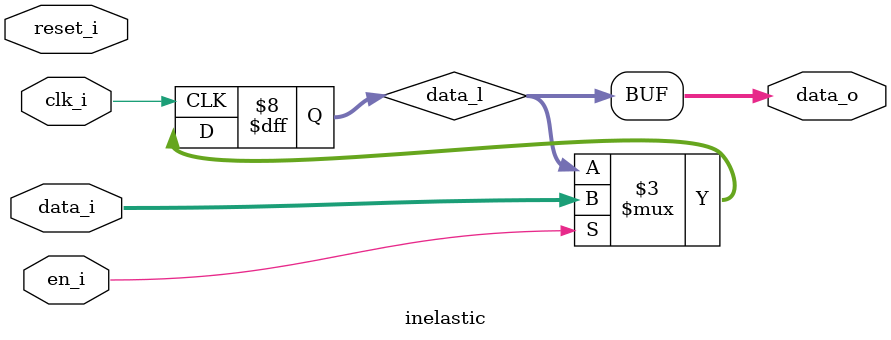
<source format=sv>
module inelastic
  #(parameter [31:0] width_p = 8
   /* verilator lint_off WIDTHTRUNC */
   ,parameter [0:0] datapath_reset_p = 0
   /* verilator lint_on WIDTHTRUNC */
   )
  (input [0:0] clk_i
  ,input [0:0] reset_i

  ,input [0:0] en_i

  // Fill in the ranges of the busses below
  ,input [width_p-1 : 0] data_i
  ,output [width_p-1 : 0] data_o);

  logic [width_p-1 : 0] data_l;

  always_ff @(posedge clk_i) begin
    if (datapath_reset_p && reset_i) begin
      data_l <= '0;
    end else if (en_i) begin
      data_l <= data_i; 
    end
  end

  assign data_o = data_l;
  
endmodule

</source>
